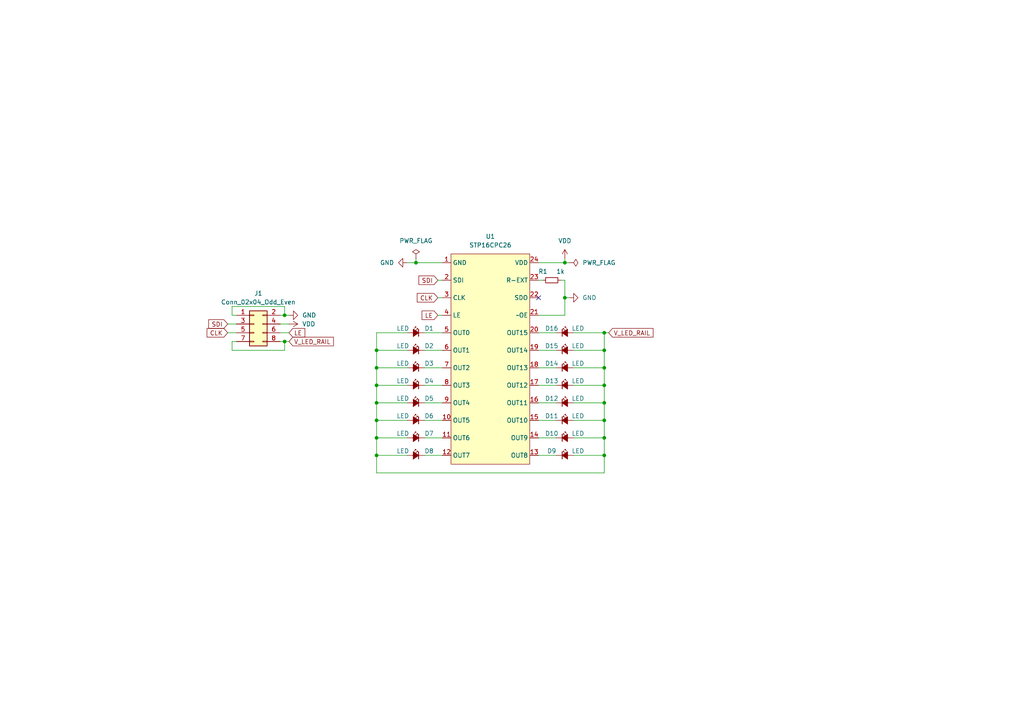
<source format=kicad_sch>
(kicad_sch (version 20210621) (generator eeschema)

  (uuid 49e21af3-98e5-42b2-9aba-fc25ca03f3cc)

  (paper "A4")

  (lib_symbols
    (symbol "Connector_Generic:Conn_02x04_Odd_Even" (pin_names (offset 1.016) hide) (in_bom yes) (on_board yes)
      (property "Reference" "J" (id 0) (at 1.27 5.08 0)
        (effects (font (size 1.27 1.27)))
      )
      (property "Value" "Conn_02x04_Odd_Even" (id 1) (at 1.27 -7.62 0)
        (effects (font (size 1.27 1.27)))
      )
      (property "Footprint" "" (id 2) (at 0 0 0)
        (effects (font (size 1.27 1.27)) hide)
      )
      (property "Datasheet" "~" (id 3) (at 0 0 0)
        (effects (font (size 1.27 1.27)) hide)
      )
      (property "ki_keywords" "connector" (id 4) (at 0 0 0)
        (effects (font (size 1.27 1.27)) hide)
      )
      (property "ki_description" "Generic connector, double row, 02x04, odd/even pin numbering scheme (row 1 odd numbers, row 2 even numbers), script generated (kicad-library-utils/schlib/autogen/connector/)" (id 5) (at 0 0 0)
        (effects (font (size 1.27 1.27)) hide)
      )
      (property "ki_fp_filters" "Connector*:*_2x??_*" (id 6) (at 0 0 0)
        (effects (font (size 1.27 1.27)) hide)
      )
      (symbol "Conn_02x04_Odd_Even_1_1"
        (rectangle (start -1.27 -4.953) (end 0 -5.207)
          (stroke (width 0.1524)) (fill (type none))
        )
        (rectangle (start -1.27 -2.413) (end 0 -2.667)
          (stroke (width 0.1524)) (fill (type none))
        )
        (rectangle (start -1.27 0.127) (end 0 -0.127)
          (stroke (width 0.1524)) (fill (type none))
        )
        (rectangle (start -1.27 2.667) (end 0 2.413)
          (stroke (width 0.1524)) (fill (type none))
        )
        (rectangle (start 3.81 -4.953) (end 2.54 -5.207)
          (stroke (width 0.1524)) (fill (type none))
        )
        (rectangle (start 3.81 -2.413) (end 2.54 -2.667)
          (stroke (width 0.1524)) (fill (type none))
        )
        (rectangle (start 3.81 0.127) (end 2.54 -0.127)
          (stroke (width 0.1524)) (fill (type none))
        )
        (rectangle (start 3.81 2.667) (end 2.54 2.413)
          (stroke (width 0.1524)) (fill (type none))
        )
        (rectangle (start -1.27 3.81) (end 3.81 -6.35)
          (stroke (width 0.254)) (fill (type background))
        )
        (pin passive line (at -5.08 2.54 0) (length 3.81)
          (name "Pin_1" (effects (font (size 1.27 1.27))))
          (number "1" (effects (font (size 1.27 1.27))))
        )
        (pin passive line (at 7.62 2.54 180) (length 3.81)
          (name "Pin_2" (effects (font (size 1.27 1.27))))
          (number "2" (effects (font (size 1.27 1.27))))
        )
        (pin passive line (at -5.08 0 0) (length 3.81)
          (name "Pin_3" (effects (font (size 1.27 1.27))))
          (number "3" (effects (font (size 1.27 1.27))))
        )
        (pin passive line (at 7.62 0 180) (length 3.81)
          (name "Pin_4" (effects (font (size 1.27 1.27))))
          (number "4" (effects (font (size 1.27 1.27))))
        )
        (pin passive line (at -5.08 -2.54 0) (length 3.81)
          (name "Pin_5" (effects (font (size 1.27 1.27))))
          (number "5" (effects (font (size 1.27 1.27))))
        )
        (pin passive line (at 7.62 -2.54 180) (length 3.81)
          (name "Pin_6" (effects (font (size 1.27 1.27))))
          (number "6" (effects (font (size 1.27 1.27))))
        )
        (pin passive line (at -5.08 -5.08 0) (length 3.81)
          (name "Pin_7" (effects (font (size 1.27 1.27))))
          (number "7" (effects (font (size 1.27 1.27))))
        )
        (pin passive line (at 7.62 -5.08 180) (length 3.81)
          (name "Pin_8" (effects (font (size 1.27 1.27))))
          (number "8" (effects (font (size 1.27 1.27))))
        )
      )
    )
    (symbol "Device:LED_Small_Filled" (pin_numbers hide) (pin_names (offset 0.254) hide) (in_bom yes) (on_board yes)
      (property "Reference" "D" (id 0) (at -1.27 3.175 0)
        (effects (font (size 1.27 1.27)) (justify left))
      )
      (property "Value" "LED_Small_Filled" (id 1) (at -4.445 -2.54 0)
        (effects (font (size 1.27 1.27)) (justify left))
      )
      (property "Footprint" "" (id 2) (at 0 0 90)
        (effects (font (size 1.27 1.27)) hide)
      )
      (property "Datasheet" "~" (id 3) (at 0 0 90)
        (effects (font (size 1.27 1.27)) hide)
      )
      (property "ki_keywords" "LED diode light-emitting-diode" (id 4) (at 0 0 0)
        (effects (font (size 1.27 1.27)) hide)
      )
      (property "ki_description" "Light emitting diode, small symbol, filled shape" (id 5) (at 0 0 0)
        (effects (font (size 1.27 1.27)) hide)
      )
      (property "ki_fp_filters" "LED* LED_SMD:* LED_THT:*" (id 6) (at 0 0 0)
        (effects (font (size 1.27 1.27)) hide)
      )
      (symbol "LED_Small_Filled_0_1"
        (polyline
          (pts
            (xy -0.762 -1.016)
            (xy -0.762 1.016)
          )
          (stroke (width 0.254)) (fill (type none))
        )
        (polyline
          (pts
            (xy 1.016 0)
            (xy -0.762 0)
          )
          (stroke (width 0)) (fill (type none))
        )
        (polyline
          (pts
            (xy 0 0.762)
            (xy -0.508 1.27)
            (xy -0.254 1.27)
            (xy -0.508 1.27)
            (xy -0.508 1.016)
          )
          (stroke (width 0)) (fill (type none))
        )
        (polyline
          (pts
            (xy 0.508 1.27)
            (xy 0 1.778)
            (xy 0.254 1.778)
            (xy 0 1.778)
            (xy 0 1.524)
          )
          (stroke (width 0)) (fill (type none))
        )
        (polyline
          (pts
            (xy 0.762 -1.016)
            (xy -0.762 0)
            (xy 0.762 1.016)
            (xy 0.762 -1.016)
          )
          (stroke (width 0.254)) (fill (type outline))
        )
      )
      (symbol "LED_Small_Filled_1_1"
        (pin passive line (at -2.54 0 0) (length 1.778)
          (name "K" (effects (font (size 1.27 1.27))))
          (number "1" (effects (font (size 1.27 1.27))))
        )
        (pin passive line (at 2.54 0 180) (length 1.778)
          (name "A" (effects (font (size 1.27 1.27))))
          (number "2" (effects (font (size 1.27 1.27))))
        )
      )
    )
    (symbol "Device:R_Small" (pin_numbers hide) (pin_names (offset 0.254) hide) (in_bom yes) (on_board yes)
      (property "Reference" "R" (id 0) (at 0.762 0.508 0)
        (effects (font (size 1.27 1.27)) (justify left))
      )
      (property "Value" "R_Small" (id 1) (at 0.762 -1.016 0)
        (effects (font (size 1.27 1.27)) (justify left))
      )
      (property "Footprint" "" (id 2) (at 0 0 0)
        (effects (font (size 1.27 1.27)) hide)
      )
      (property "Datasheet" "~" (id 3) (at 0 0 0)
        (effects (font (size 1.27 1.27)) hide)
      )
      (property "ki_keywords" "R resistor" (id 4) (at 0 0 0)
        (effects (font (size 1.27 1.27)) hide)
      )
      (property "ki_description" "Resistor, small symbol" (id 5) (at 0 0 0)
        (effects (font (size 1.27 1.27)) hide)
      )
      (property "ki_fp_filters" "R_*" (id 6) (at 0 0 0)
        (effects (font (size 1.27 1.27)) hide)
      )
      (symbol "R_Small_0_1"
        (rectangle (start -0.762 1.778) (end 0.762 -1.778)
          (stroke (width 0.2032)) (fill (type none))
        )
      )
      (symbol "R_Small_1_1"
        (pin passive line (at 0 2.54 270) (length 0.762)
          (name "~" (effects (font (size 1.27 1.27))))
          (number "1" (effects (font (size 1.27 1.27))))
        )
        (pin passive line (at 0 -2.54 90) (length 0.762)
          (name "~" (effects (font (size 1.27 1.27))))
          (number "2" (effects (font (size 1.27 1.27))))
        )
      )
    )
    (symbol "STP16CPC26_LED_array_v1:STP16CPC26" (in_bom yes) (on_board yes)
      (property "Reference" "U" (id 0) (at 8.89 31.75 0)
        (effects (font (size 1.27 1.27)))
      )
      (property "Value" "STP16CPC26" (id 1) (at -5.08 31.75 0)
        (effects (font (size 1.27 1.27)))
      )
      (property "Footprint" "" (id 2) (at 0 20.32 0)
        (effects (font (size 1.27 1.27)) hide)
      )
      (property "Datasheet" "" (id 3) (at 0 20.32 0)
        (effects (font (size 1.27 1.27)) hide)
      )
      (symbol "STP16CPC26_0_1"
        (rectangle (start -11.43 30.48) (end 11.43 -30.48)
          (stroke (width 0.1524)) (fill (type background))
        )
      )
      (symbol "STP16CPC26_1_1"
        (pin power_in line (at -13.97 27.94 0) (length 2.54)
          (name "GND" (effects (font (size 1.27 1.27))))
          (number "1" (effects (font (size 1.27 1.27))))
        )
        (pin output line (at -13.97 -17.78 0) (length 2.54)
          (name "OUT5" (effects (font (size 1.27 1.27))))
          (number "10" (effects (font (size 1.27 1.27))))
        )
        (pin output line (at -13.97 -22.86 0) (length 2.54)
          (name "OUT6" (effects (font (size 1.27 1.27))))
          (number "11" (effects (font (size 1.27 1.27))))
        )
        (pin output line (at -13.97 -27.94 0) (length 2.54)
          (name "OUT7" (effects (font (size 1.27 1.27))))
          (number "12" (effects (font (size 1.27 1.27))))
        )
        (pin output line (at 13.97 -27.94 180) (length 2.54)
          (name "OUT8" (effects (font (size 1.27 1.27))))
          (number "13" (effects (font (size 1.27 1.27))))
        )
        (pin output line (at 13.97 -22.86 180) (length 2.54)
          (name "OUT9" (effects (font (size 1.27 1.27))))
          (number "14" (effects (font (size 1.27 1.27))))
        )
        (pin output line (at 13.97 -17.78 180) (length 2.54)
          (name "OUT10" (effects (font (size 1.27 1.27))))
          (number "15" (effects (font (size 1.27 1.27))))
        )
        (pin output line (at 13.97 -12.7 180) (length 2.54)
          (name "OUT11" (effects (font (size 1.27 1.27))))
          (number "16" (effects (font (size 1.27 1.27))))
        )
        (pin output line (at 13.97 -7.62 180) (length 2.54)
          (name "OUT12" (effects (font (size 1.27 1.27))))
          (number "17" (effects (font (size 1.27 1.27))))
        )
        (pin output line (at 13.97 -2.54 180) (length 2.54)
          (name "OUT13" (effects (font (size 1.27 1.27))))
          (number "18" (effects (font (size 1.27 1.27))))
        )
        (pin output line (at 13.97 2.54 180) (length 2.54)
          (name "OUT14" (effects (font (size 1.27 1.27))))
          (number "19" (effects (font (size 1.27 1.27))))
        )
        (pin input line (at -13.97 22.86 0) (length 2.54)
          (name "SDI" (effects (font (size 1.27 1.27))))
          (number "2" (effects (font (size 1.27 1.27))))
        )
        (pin output line (at 13.97 7.62 180) (length 2.54)
          (name "OUT15" (effects (font (size 1.27 1.27))))
          (number "20" (effects (font (size 1.27 1.27))))
        )
        (pin input line (at 13.97 12.7 180) (length 2.54)
          (name "~OE" (effects (font (size 1.27 1.27))))
          (number "21" (effects (font (size 1.27 1.27))))
        )
        (pin output line (at 13.97 17.78 180) (length 2.54)
          (name "SDO" (effects (font (size 1.27 1.27))))
          (number "22" (effects (font (size 1.27 1.27))))
        )
        (pin input line (at 13.97 22.86 180) (length 2.54)
          (name "R-EXT" (effects (font (size 1.27 1.27))))
          (number "23" (effects (font (size 1.27 1.27))))
        )
        (pin power_in line (at 13.97 27.94 180) (length 2.54)
          (name "VDD" (effects (font (size 1.27 1.27))))
          (number "24" (effects (font (size 1.27 1.27))))
        )
        (pin input line (at -13.97 17.78 0) (length 2.54)
          (name "CLK" (effects (font (size 1.27 1.27))))
          (number "3" (effects (font (size 1.27 1.27))))
        )
        (pin input line (at -13.97 12.7 0) (length 2.54)
          (name "LE" (effects (font (size 1.27 1.27))))
          (number "4" (effects (font (size 1.27 1.27))))
        )
        (pin output line (at -13.97 7.62 0) (length 2.54)
          (name "OUT0" (effects (font (size 1.27 1.27))))
          (number "5" (effects (font (size 1.27 1.27))))
        )
        (pin output line (at -13.97 2.54 0) (length 2.54)
          (name "OUT1" (effects (font (size 1.27 1.27))))
          (number "6" (effects (font (size 1.27 1.27))))
        )
        (pin output line (at -13.97 -2.54 0) (length 2.54)
          (name "OUT2" (effects (font (size 1.27 1.27))))
          (number "7" (effects (font (size 1.27 1.27))))
        )
        (pin output line (at -13.97 -7.62 0) (length 2.54)
          (name "OUT3" (effects (font (size 1.27 1.27))))
          (number "8" (effects (font (size 1.27 1.27))))
        )
        (pin output line (at -13.97 -12.7 0) (length 2.54)
          (name "OUT4" (effects (font (size 1.27 1.27))))
          (number "9" (effects (font (size 1.27 1.27))))
        )
      )
    )
    (symbol "power:GND" (power) (pin_names (offset 0)) (in_bom yes) (on_board yes)
      (property "Reference" "#PWR" (id 0) (at 0 -6.35 0)
        (effects (font (size 1.27 1.27)) hide)
      )
      (property "Value" "GND" (id 1) (at 0 -3.81 0)
        (effects (font (size 1.27 1.27)))
      )
      (property "Footprint" "" (id 2) (at 0 0 0)
        (effects (font (size 1.27 1.27)) hide)
      )
      (property "Datasheet" "" (id 3) (at 0 0 0)
        (effects (font (size 1.27 1.27)) hide)
      )
      (property "ki_keywords" "power-flag" (id 4) (at 0 0 0)
        (effects (font (size 1.27 1.27)) hide)
      )
      (property "ki_description" "Power symbol creates a global label with name \"GND\" , ground" (id 5) (at 0 0 0)
        (effects (font (size 1.27 1.27)) hide)
      )
      (symbol "GND_0_1"
        (polyline
          (pts
            (xy 0 0)
            (xy 0 -1.27)
            (xy 1.27 -1.27)
            (xy 0 -2.54)
            (xy -1.27 -1.27)
            (xy 0 -1.27)
          )
          (stroke (width 0)) (fill (type none))
        )
      )
      (symbol "GND_1_1"
        (pin power_in line (at 0 0 270) (length 0) hide
          (name "GND" (effects (font (size 1.27 1.27))))
          (number "1" (effects (font (size 1.27 1.27))))
        )
      )
    )
    (symbol "power:PWR_FLAG" (power) (pin_numbers hide) (pin_names (offset 0) hide) (in_bom yes) (on_board yes)
      (property "Reference" "#FLG" (id 0) (at 0 1.905 0)
        (effects (font (size 1.27 1.27)) hide)
      )
      (property "Value" "PWR_FLAG" (id 1) (at 0 3.81 0)
        (effects (font (size 1.27 1.27)))
      )
      (property "Footprint" "" (id 2) (at 0 0 0)
        (effects (font (size 1.27 1.27)) hide)
      )
      (property "Datasheet" "~" (id 3) (at 0 0 0)
        (effects (font (size 1.27 1.27)) hide)
      )
      (property "ki_keywords" "power-flag" (id 4) (at 0 0 0)
        (effects (font (size 1.27 1.27)) hide)
      )
      (property "ki_description" "Special symbol for telling ERC where power comes from" (id 5) (at 0 0 0)
        (effects (font (size 1.27 1.27)) hide)
      )
      (symbol "PWR_FLAG_0_0"
        (pin power_out line (at 0 0 90) (length 0)
          (name "pwr" (effects (font (size 1.27 1.27))))
          (number "1" (effects (font (size 1.27 1.27))))
        )
      )
      (symbol "PWR_FLAG_0_1"
        (polyline
          (pts
            (xy 0 0)
            (xy 0 1.27)
            (xy -1.016 1.905)
            (xy 0 2.54)
            (xy 1.016 1.905)
            (xy 0 1.27)
          )
          (stroke (width 0)) (fill (type none))
        )
      )
    )
    (symbol "power:VDD" (power) (pin_names (offset 0)) (in_bom yes) (on_board yes)
      (property "Reference" "#PWR" (id 0) (at 0 -3.81 0)
        (effects (font (size 1.27 1.27)) hide)
      )
      (property "Value" "VDD" (id 1) (at 0 3.81 0)
        (effects (font (size 1.27 1.27)))
      )
      (property "Footprint" "" (id 2) (at 0 0 0)
        (effects (font (size 1.27 1.27)) hide)
      )
      (property "Datasheet" "" (id 3) (at 0 0 0)
        (effects (font (size 1.27 1.27)) hide)
      )
      (property "ki_keywords" "power-flag" (id 4) (at 0 0 0)
        (effects (font (size 1.27 1.27)) hide)
      )
      (property "ki_description" "Power symbol creates a global label with name \"VDD\"" (id 5) (at 0 0 0)
        (effects (font (size 1.27 1.27)) hide)
      )
      (symbol "VDD_0_1"
        (polyline
          (pts
            (xy -0.762 1.27)
            (xy 0 2.54)
          )
          (stroke (width 0)) (fill (type none))
        )
        (polyline
          (pts
            (xy 0 0)
            (xy 0 2.54)
          )
          (stroke (width 0)) (fill (type none))
        )
        (polyline
          (pts
            (xy 0 2.54)
            (xy 0.762 1.27)
          )
          (stroke (width 0)) (fill (type none))
        )
      )
      (symbol "VDD_1_1"
        (pin power_in line (at 0 0 90) (length 0) hide
          (name "VDD" (effects (font (size 1.27 1.27))))
          (number "1" (effects (font (size 1.27 1.27))))
        )
      )
    )
  )

  (junction (at 82.55 91.44) (diameter 0.9144) (color 0 0 0 0))
  (junction (at 82.55 99.06) (diameter 0.9144) (color 0 0 0 0))
  (junction (at 109.22 101.6) (diameter 0.9144) (color 0 0 0 0))
  (junction (at 109.22 106.68) (diameter 0.9144) (color 0 0 0 0))
  (junction (at 109.22 111.76) (diameter 0.9144) (color 0 0 0 0))
  (junction (at 109.22 116.84) (diameter 0.9144) (color 0 0 0 0))
  (junction (at 109.22 121.92) (diameter 0.9144) (color 0 0 0 0))
  (junction (at 109.22 127) (diameter 0.9144) (color 0 0 0 0))
  (junction (at 109.22 132.08) (diameter 0.9144) (color 0 0 0 0))
  (junction (at 120.65 76.2) (diameter 0.9144) (color 0 0 0 0))
  (junction (at 163.83 76.2) (diameter 0.9144) (color 0 0 0 0))
  (junction (at 163.83 86.36) (diameter 0.9144) (color 0 0 0 0))
  (junction (at 175.26 96.52) (diameter 0.9144) (color 0 0 0 0))
  (junction (at 175.26 101.6) (diameter 0.9144) (color 0 0 0 0))
  (junction (at 175.26 106.68) (diameter 0.9144) (color 0 0 0 0))
  (junction (at 175.26 111.76) (diameter 0.9144) (color 0 0 0 0))
  (junction (at 175.26 116.84) (diameter 0.9144) (color 0 0 0 0))
  (junction (at 175.26 121.92) (diameter 0.9144) (color 0 0 0 0))
  (junction (at 175.26 127) (diameter 0.9144) (color 0 0 0 0))
  (junction (at 175.26 132.08) (diameter 0.9144) (color 0 0 0 0))

  (no_connect (at 156.21 86.36) (uuid 5822fbdb-abe4-4b0e-aa16-305be2055a23))

  (wire (pts (xy 66.04 93.98) (xy 68.58 93.98))
    (stroke (width 0) (type solid) (color 0 0 0 0))
    (uuid 0394ff8b-2a1b-4117-92b0-b7271e85e608)
  )
  (wire (pts (xy 66.04 96.52) (xy 68.58 96.52))
    (stroke (width 0) (type solid) (color 0 0 0 0))
    (uuid 0940d794-0044-4737-97f1-fe850ba03fc9)
  )
  (wire (pts (xy 67.31 88.9) (xy 82.55 88.9))
    (stroke (width 0) (type solid) (color 0 0 0 0))
    (uuid 5ad9c0e9-a0ef-426a-801e-d17827689916)
  )
  (wire (pts (xy 67.31 91.44) (xy 67.31 88.9))
    (stroke (width 0) (type solid) (color 0 0 0 0))
    (uuid 5ad9c0e9-a0ef-426a-801e-d17827689916)
  )
  (wire (pts (xy 67.31 99.06) (xy 68.58 99.06))
    (stroke (width 0) (type solid) (color 0 0 0 0))
    (uuid 1b534fea-46c8-451b-8f2d-43a8d843f868)
  )
  (wire (pts (xy 67.31 101.6) (xy 67.31 99.06))
    (stroke (width 0) (type solid) (color 0 0 0 0))
    (uuid 1b534fea-46c8-451b-8f2d-43a8d843f868)
  )
  (wire (pts (xy 68.58 91.44) (xy 67.31 91.44))
    (stroke (width 0) (type solid) (color 0 0 0 0))
    (uuid 5ad9c0e9-a0ef-426a-801e-d17827689916)
  )
  (wire (pts (xy 81.28 91.44) (xy 82.55 91.44))
    (stroke (width 0) (type solid) (color 0 0 0 0))
    (uuid e7409742-d7b4-4a93-9f1f-04588d041266)
  )
  (wire (pts (xy 81.28 93.98) (xy 83.82 93.98))
    (stroke (width 0) (type solid) (color 0 0 0 0))
    (uuid 7eb1965a-ca03-4aee-8695-f6e30ca85afe)
  )
  (wire (pts (xy 81.28 96.52) (xy 83.82 96.52))
    (stroke (width 0) (type solid) (color 0 0 0 0))
    (uuid 64fccbea-e3f0-4439-8971-b30327696c75)
  )
  (wire (pts (xy 81.28 99.06) (xy 82.55 99.06))
    (stroke (width 0) (type solid) (color 0 0 0 0))
    (uuid 50a2d5a7-1690-4a1e-8615-3bd886f664f8)
  )
  (wire (pts (xy 82.55 88.9) (xy 82.55 91.44))
    (stroke (width 0) (type solid) (color 0 0 0 0))
    (uuid 5ad9c0e9-a0ef-426a-801e-d17827689916)
  )
  (wire (pts (xy 82.55 91.44) (xy 83.82 91.44))
    (stroke (width 0) (type solid) (color 0 0 0 0))
    (uuid 234c4254-8a84-476f-8505-1fce10137f5b)
  )
  (wire (pts (xy 82.55 99.06) (xy 82.55 101.6))
    (stroke (width 0) (type solid) (color 0 0 0 0))
    (uuid 1b534fea-46c8-451b-8f2d-43a8d843f868)
  )
  (wire (pts (xy 82.55 99.06) (xy 83.82 99.06))
    (stroke (width 0) (type solid) (color 0 0 0 0))
    (uuid 50a2d5a7-1690-4a1e-8615-3bd886f664f8)
  )
  (wire (pts (xy 82.55 101.6) (xy 67.31 101.6))
    (stroke (width 0) (type solid) (color 0 0 0 0))
    (uuid 1b534fea-46c8-451b-8f2d-43a8d843f868)
  )
  (wire (pts (xy 109.22 96.52) (xy 109.22 101.6))
    (stroke (width 0) (type solid) (color 0 0 0 0))
    (uuid 18b8b238-b74a-41a6-873a-68707f16497b)
  )
  (wire (pts (xy 109.22 96.52) (xy 118.11 96.52))
    (stroke (width 0) (type solid) (color 0 0 0 0))
    (uuid 32c1c9ad-1485-4722-b13a-8dc1cd7ef947)
  )
  (wire (pts (xy 109.22 101.6) (xy 109.22 106.68))
    (stroke (width 0) (type solid) (color 0 0 0 0))
    (uuid 18b8b238-b74a-41a6-873a-68707f16497b)
  )
  (wire (pts (xy 109.22 101.6) (xy 118.11 101.6))
    (stroke (width 0) (type solid) (color 0 0 0 0))
    (uuid 3d659bdd-1320-4966-b8f9-ed86cfcb1993)
  )
  (wire (pts (xy 109.22 106.68) (xy 109.22 111.76))
    (stroke (width 0) (type solid) (color 0 0 0 0))
    (uuid 18b8b238-b74a-41a6-873a-68707f16497b)
  )
  (wire (pts (xy 109.22 106.68) (xy 118.11 106.68))
    (stroke (width 0) (type solid) (color 0 0 0 0))
    (uuid 5c1b0557-b485-44d2-a88c-9c94255984fd)
  )
  (wire (pts (xy 109.22 111.76) (xy 109.22 116.84))
    (stroke (width 0) (type solid) (color 0 0 0 0))
    (uuid 18b8b238-b74a-41a6-873a-68707f16497b)
  )
  (wire (pts (xy 109.22 111.76) (xy 118.11 111.76))
    (stroke (width 0) (type solid) (color 0 0 0 0))
    (uuid 1a83bb31-358b-4842-a424-03736297f8e0)
  )
  (wire (pts (xy 109.22 116.84) (xy 109.22 121.92))
    (stroke (width 0) (type solid) (color 0 0 0 0))
    (uuid 18b8b238-b74a-41a6-873a-68707f16497b)
  )
  (wire (pts (xy 109.22 116.84) (xy 118.11 116.84))
    (stroke (width 0) (type solid) (color 0 0 0 0))
    (uuid 7e4b9870-e413-41b3-ad6d-defd615d30a3)
  )
  (wire (pts (xy 109.22 121.92) (xy 109.22 127))
    (stroke (width 0) (type solid) (color 0 0 0 0))
    (uuid 18b8b238-b74a-41a6-873a-68707f16497b)
  )
  (wire (pts (xy 109.22 121.92) (xy 118.11 121.92))
    (stroke (width 0) (type solid) (color 0 0 0 0))
    (uuid f3663307-da89-427b-96ef-e1e5562117e2)
  )
  (wire (pts (xy 109.22 127) (xy 109.22 132.08))
    (stroke (width 0) (type solid) (color 0 0 0 0))
    (uuid 18b8b238-b74a-41a6-873a-68707f16497b)
  )
  (wire (pts (xy 109.22 127) (xy 118.11 127))
    (stroke (width 0) (type solid) (color 0 0 0 0))
    (uuid 1b64ba9d-7ea1-41b6-8262-074e56aad10c)
  )
  (wire (pts (xy 109.22 132.08) (xy 118.11 132.08))
    (stroke (width 0) (type solid) (color 0 0 0 0))
    (uuid 18b8b238-b74a-41a6-873a-68707f16497b)
  )
  (wire (pts (xy 109.22 137.16) (xy 109.22 132.08))
    (stroke (width 0) (type solid) (color 0 0 0 0))
    (uuid daa25d6d-5e25-4599-a6cd-3b91aaa6a411)
  )
  (wire (pts (xy 118.11 76.2) (xy 120.65 76.2))
    (stroke (width 0) (type solid) (color 0 0 0 0))
    (uuid b5bb5676-02b9-4a5f-94bf-621bf1a8e115)
  )
  (wire (pts (xy 120.65 74.93) (xy 120.65 76.2))
    (stroke (width 0) (type solid) (color 0 0 0 0))
    (uuid 994c1075-4ef9-4907-8ce2-a3cab1465c75)
  )
  (wire (pts (xy 120.65 76.2) (xy 128.27 76.2))
    (stroke (width 0) (type solid) (color 0 0 0 0))
    (uuid b5bb5676-02b9-4a5f-94bf-621bf1a8e115)
  )
  (wire (pts (xy 123.19 96.52) (xy 128.27 96.52))
    (stroke (width 0) (type solid) (color 0 0 0 0))
    (uuid 92bbe86b-4969-4f39-b29f-5f6f1574b924)
  )
  (wire (pts (xy 123.19 101.6) (xy 128.27 101.6))
    (stroke (width 0) (type solid) (color 0 0 0 0))
    (uuid fd09a8fa-04aa-4386-b548-bd6db56355d7)
  )
  (wire (pts (xy 123.19 106.68) (xy 128.27 106.68))
    (stroke (width 0) (type solid) (color 0 0 0 0))
    (uuid 2cb41f1d-c881-4bd1-9401-75965ab2c009)
  )
  (wire (pts (xy 123.19 111.76) (xy 128.27 111.76))
    (stroke (width 0) (type solid) (color 0 0 0 0))
    (uuid 971363f7-fe62-46c3-ba6c-838c447ea0ae)
  )
  (wire (pts (xy 123.19 116.84) (xy 128.27 116.84))
    (stroke (width 0) (type solid) (color 0 0 0 0))
    (uuid e5a788e7-2580-434b-a375-08bfae3a0872)
  )
  (wire (pts (xy 123.19 121.92) (xy 128.27 121.92))
    (stroke (width 0) (type solid) (color 0 0 0 0))
    (uuid 5db95eab-4e89-4c21-9ad9-cad9a8980901)
  )
  (wire (pts (xy 123.19 127) (xy 128.27 127))
    (stroke (width 0) (type solid) (color 0 0 0 0))
    (uuid bf41ae56-8072-4a44-95fa-c3256e6f1b78)
  )
  (wire (pts (xy 123.19 132.08) (xy 128.27 132.08))
    (stroke (width 0) (type solid) (color 0 0 0 0))
    (uuid 1240c78f-b4ef-4c54-bd52-91b6adb126a5)
  )
  (wire (pts (xy 127 81.28) (xy 128.27 81.28))
    (stroke (width 0) (type solid) (color 0 0 0 0))
    (uuid bbef5ab6-b799-46c9-8c18-6cbb91beaa6f)
  )
  (wire (pts (xy 127 86.36) (xy 128.27 86.36))
    (stroke (width 0) (type solid) (color 0 0 0 0))
    (uuid 68df85dc-328d-41fb-816d-ab4062bd65c0)
  )
  (wire (pts (xy 127 91.44) (xy 128.27 91.44))
    (stroke (width 0) (type solid) (color 0 0 0 0))
    (uuid e334b6dc-e3af-4aa5-92ba-30a3f507f42d)
  )
  (wire (pts (xy 156.21 76.2) (xy 163.83 76.2))
    (stroke (width 0) (type solid) (color 0 0 0 0))
    (uuid f400df6f-c2d8-468c-ba66-5d495cf1a220)
  )
  (wire (pts (xy 156.21 81.28) (xy 157.48 81.28))
    (stroke (width 0) (type solid) (color 0 0 0 0))
    (uuid 1101d516-cc97-4ee9-b8e5-fb6480481e2e)
  )
  (wire (pts (xy 156.21 91.44) (xy 163.83 91.44))
    (stroke (width 0) (type solid) (color 0 0 0 0))
    (uuid 0cc31c4e-b030-4b08-9ccb-b062ca607dce)
  )
  (wire (pts (xy 156.21 96.52) (xy 161.29 96.52))
    (stroke (width 0) (type solid) (color 0 0 0 0))
    (uuid 04caf228-7561-44ac-afa1-a4edba365cb8)
  )
  (wire (pts (xy 156.21 101.6) (xy 161.29 101.6))
    (stroke (width 0) (type solid) (color 0 0 0 0))
    (uuid 9f07ed40-f9ec-4dea-a931-b12a81d1d17d)
  )
  (wire (pts (xy 156.21 106.68) (xy 161.29 106.68))
    (stroke (width 0) (type solid) (color 0 0 0 0))
    (uuid 20f27f63-2890-4e87-bc9a-e1fec30cf3a6)
  )
  (wire (pts (xy 156.21 111.76) (xy 161.29 111.76))
    (stroke (width 0) (type solid) (color 0 0 0 0))
    (uuid cd037933-6e51-43e9-99aa-37b8d1a6c8a6)
  )
  (wire (pts (xy 156.21 116.84) (xy 161.29 116.84))
    (stroke (width 0) (type solid) (color 0 0 0 0))
    (uuid 3f2ac1cd-f6e6-4c85-9392-cb8f53c64bfc)
  )
  (wire (pts (xy 156.21 121.92) (xy 161.29 121.92))
    (stroke (width 0) (type solid) (color 0 0 0 0))
    (uuid 3cbaa249-02dd-40c0-b246-a450eeb7ea03)
  )
  (wire (pts (xy 156.21 127) (xy 161.29 127))
    (stroke (width 0) (type solid) (color 0 0 0 0))
    (uuid e95bf0a2-e6b9-40ef-ad6d-b71de920ace1)
  )
  (wire (pts (xy 156.21 132.08) (xy 161.29 132.08))
    (stroke (width 0) (type solid) (color 0 0 0 0))
    (uuid 19004bdd-317f-4b61-ba7e-6b03a8a6a60d)
  )
  (wire (pts (xy 162.56 81.28) (xy 163.83 81.28))
    (stroke (width 0) (type solid) (color 0 0 0 0))
    (uuid 9496bbc6-13c8-4b5f-82ae-a46431d92c82)
  )
  (wire (pts (xy 163.83 74.93) (xy 163.83 76.2))
    (stroke (width 0) (type solid) (color 0 0 0 0))
    (uuid 7249a31d-d6f6-4ea9-8067-d551a7562a71)
  )
  (wire (pts (xy 163.83 76.2) (xy 165.1 76.2))
    (stroke (width 0) (type solid) (color 0 0 0 0))
    (uuid f400df6f-c2d8-468c-ba66-5d495cf1a220)
  )
  (wire (pts (xy 163.83 81.28) (xy 163.83 86.36))
    (stroke (width 0) (type solid) (color 0 0 0 0))
    (uuid b670a055-6644-4ef1-9ecc-93f8778773c4)
  )
  (wire (pts (xy 163.83 86.36) (xy 163.83 91.44))
    (stroke (width 0) (type solid) (color 0 0 0 0))
    (uuid b670a055-6644-4ef1-9ecc-93f8778773c4)
  )
  (wire (pts (xy 163.83 86.36) (xy 165.1 86.36))
    (stroke (width 0) (type solid) (color 0 0 0 0))
    (uuid 81768150-6d7b-4da9-95ff-444d436f0e64)
  )
  (wire (pts (xy 166.37 96.52) (xy 175.26 96.52))
    (stroke (width 0) (type solid) (color 0 0 0 0))
    (uuid ee97e98b-bbd6-4368-9455-3c0bd9d170ee)
  )
  (wire (pts (xy 166.37 101.6) (xy 175.26 101.6))
    (stroke (width 0) (type solid) (color 0 0 0 0))
    (uuid 7d46df5a-e52b-4681-aa74-fdc43491a914)
  )
  (wire (pts (xy 166.37 106.68) (xy 175.26 106.68))
    (stroke (width 0) (type solid) (color 0 0 0 0))
    (uuid d31ff20b-5f8f-4563-a8fe-3f9900002aee)
  )
  (wire (pts (xy 166.37 111.76) (xy 175.26 111.76))
    (stroke (width 0) (type solid) (color 0 0 0 0))
    (uuid ecf2117b-e5ad-4290-8997-76951bbe1891)
  )
  (wire (pts (xy 166.37 116.84) (xy 175.26 116.84))
    (stroke (width 0) (type solid) (color 0 0 0 0))
    (uuid d9c0b6ce-0a4f-4745-b408-d0ff1e2a4ecc)
  )
  (wire (pts (xy 166.37 121.92) (xy 175.26 121.92))
    (stroke (width 0) (type solid) (color 0 0 0 0))
    (uuid c71acab8-099b-4967-94d6-dc5bbfbd2115)
  )
  (wire (pts (xy 166.37 127) (xy 175.26 127))
    (stroke (width 0) (type solid) (color 0 0 0 0))
    (uuid 03b13380-df7d-46c9-b82b-ba24d7cda389)
  )
  (wire (pts (xy 175.26 96.52) (xy 175.26 101.6))
    (stroke (width 0) (type solid) (color 0 0 0 0))
    (uuid 3de513d0-8e43-4820-8571-3ba5ec52797d)
  )
  (wire (pts (xy 175.26 96.52) (xy 176.53 96.52))
    (stroke (width 0) (type solid) (color 0 0 0 0))
    (uuid 4fac915d-a69f-426e-ac96-a587efab6107)
  )
  (wire (pts (xy 175.26 101.6) (xy 175.26 106.68))
    (stroke (width 0) (type solid) (color 0 0 0 0))
    (uuid 3de513d0-8e43-4820-8571-3ba5ec52797d)
  )
  (wire (pts (xy 175.26 106.68) (xy 175.26 111.76))
    (stroke (width 0) (type solid) (color 0 0 0 0))
    (uuid 3de513d0-8e43-4820-8571-3ba5ec52797d)
  )
  (wire (pts (xy 175.26 111.76) (xy 175.26 116.84))
    (stroke (width 0) (type solid) (color 0 0 0 0))
    (uuid 3de513d0-8e43-4820-8571-3ba5ec52797d)
  )
  (wire (pts (xy 175.26 116.84) (xy 175.26 121.92))
    (stroke (width 0) (type solid) (color 0 0 0 0))
    (uuid 3de513d0-8e43-4820-8571-3ba5ec52797d)
  )
  (wire (pts (xy 175.26 121.92) (xy 175.26 127))
    (stroke (width 0) (type solid) (color 0 0 0 0))
    (uuid 3de513d0-8e43-4820-8571-3ba5ec52797d)
  )
  (wire (pts (xy 175.26 127) (xy 175.26 132.08))
    (stroke (width 0) (type solid) (color 0 0 0 0))
    (uuid 3de513d0-8e43-4820-8571-3ba5ec52797d)
  )
  (wire (pts (xy 175.26 132.08) (xy 166.37 132.08))
    (stroke (width 0) (type solid) (color 0 0 0 0))
    (uuid 3de513d0-8e43-4820-8571-3ba5ec52797d)
  )
  (wire (pts (xy 175.26 132.08) (xy 175.26 137.16))
    (stroke (width 0) (type solid) (color 0 0 0 0))
    (uuid daa25d6d-5e25-4599-a6cd-3b91aaa6a411)
  )
  (wire (pts (xy 175.26 137.16) (xy 109.22 137.16))
    (stroke (width 0) (type solid) (color 0 0 0 0))
    (uuid daa25d6d-5e25-4599-a6cd-3b91aaa6a411)
  )

  (global_label "SDI" (shape input) (at 66.04 93.98 180) (fields_autoplaced)
    (effects (font (size 1.27 1.27)) (justify right))
    (uuid 07879fd2-3df7-4b6b-9515-8cfeff0efd79)
    (property "Intersheet References" "${INTERSHEET_REFS}" (id 0) (at 60.6379 93.9006 0)
      (effects (font (size 1.27 1.27)) (justify right) hide)
    )
  )
  (global_label "CLK" (shape input) (at 66.04 96.52 180) (fields_autoplaced)
    (effects (font (size 1.27 1.27)) (justify right))
    (uuid 3d3e50b7-bc41-40e9-b02a-885bbcee4475)
    (property "Intersheet References" "${INTERSHEET_REFS}" (id 0) (at 60.1541 96.4406 0)
      (effects (font (size 1.27 1.27)) (justify right) hide)
    )
  )
  (global_label "LE" (shape input) (at 83.82 96.52 0) (fields_autoplaced)
    (effects (font (size 1.27 1.27)) (justify left))
    (uuid 3a5daa8e-5761-4772-a121-a0c80cda45e8)
    (property "Intersheet References" "${INTERSHEET_REFS}" (id 0) (at 88.3149 96.5994 0)
      (effects (font (size 1.27 1.27)) (justify left) hide)
    )
  )
  (global_label "V_LED_RAIL" (shape input) (at 83.82 99.06 0) (fields_autoplaced)
    (effects (font (size 1.27 1.27)) (justify left))
    (uuid 3f5ba5ee-c4e1-4a6c-94d2-0217ac8aead7)
    (property "Intersheet References" "${INTERSHEET_REFS}" (id 0) (at 96.6002 98.9806 0)
      (effects (font (size 1.27 1.27)) (justify left) hide)
    )
  )
  (global_label "SDI" (shape input) (at 127 81.28 180) (fields_autoplaced)
    (effects (font (size 1.27 1.27)) (justify right))
    (uuid 44bdcadd-1f84-417e-988b-920af1be8c95)
    (property "Intersheet References" "${INTERSHEET_REFS}" (id 0) (at 121.5979 81.2006 0)
      (effects (font (size 1.27 1.27)) (justify right) hide)
    )
  )
  (global_label "CLK" (shape input) (at 127 86.36 180) (fields_autoplaced)
    (effects (font (size 1.27 1.27)) (justify right))
    (uuid d717de44-a634-4d5c-96e9-535ffbd6678e)
    (property "Intersheet References" "${INTERSHEET_REFS}" (id 0) (at 121.1141 86.2806 0)
      (effects (font (size 1.27 1.27)) (justify right) hide)
    )
  )
  (global_label "LE" (shape input) (at 127 91.44 180) (fields_autoplaced)
    (effects (font (size 1.27 1.27)) (justify right))
    (uuid 58060f60-729a-45a4-87db-4f8577fba2c5)
    (property "Intersheet References" "${INTERSHEET_REFS}" (id 0) (at 122.5051 91.3606 0)
      (effects (font (size 1.27 1.27)) (justify right) hide)
    )
  )
  (global_label "V_LED_RAIL" (shape input) (at 176.53 96.52 0) (fields_autoplaced)
    (effects (font (size 1.27 1.27)) (justify left))
    (uuid 324d49fb-053f-466e-ab86-318cb1a3d454)
    (property "Intersheet References" "${INTERSHEET_REFS}" (id 0) (at 189.3102 96.4406 0)
      (effects (font (size 1.27 1.27)) (justify left) hide)
    )
  )

  (symbol (lib_id "power:VDD") (at 83.82 93.98 270) (unit 1)
    (in_bom yes) (on_board yes) (fields_autoplaced)
    (uuid 1bb93850-dc63-4284-a7be-1e14dfc61791)
    (property "Reference" "#PWR02" (id 0) (at 80.01 93.98 0)
      (effects (font (size 1.27 1.27)) hide)
    )
    (property "Value" "VDD" (id 1) (at 87.63 93.9799 90)
      (effects (font (size 1.27 1.27)) (justify left))
    )
    (property "Footprint" "" (id 2) (at 83.82 93.98 0)
      (effects (font (size 1.27 1.27)) hide)
    )
    (property "Datasheet" "" (id 3) (at 83.82 93.98 0)
      (effects (font (size 1.27 1.27)) hide)
    )
    (pin "1" (uuid 577d2c48-3719-4100-989b-28cb7e204353))
  )

  (symbol (lib_id "power:VDD") (at 163.83 74.93 0) (unit 1)
    (in_bom yes) (on_board yes) (fields_autoplaced)
    (uuid c3e1c090-f447-41fd-9999-0e7dcc165d90)
    (property "Reference" "#PWR04" (id 0) (at 163.83 78.74 0)
      (effects (font (size 1.27 1.27)) hide)
    )
    (property "Value" "VDD" (id 1) (at 163.83 69.85 0))
    (property "Footprint" "" (id 2) (at 163.83 74.93 0)
      (effects (font (size 1.27 1.27)) hide)
    )
    (property "Datasheet" "" (id 3) (at 163.83 74.93 0)
      (effects (font (size 1.27 1.27)) hide)
    )
    (pin "1" (uuid e69f0e3c-6c91-4766-8d97-a595a1778f24))
  )

  (symbol (lib_id "power:PWR_FLAG") (at 120.65 74.93 0) (unit 1)
    (in_bom yes) (on_board yes) (fields_autoplaced)
    (uuid 876d0c11-795b-4a0f-b2b5-9bdcc6ba6855)
    (property "Reference" "#FLG01" (id 0) (at 120.65 73.025 0)
      (effects (font (size 1.27 1.27)) hide)
    )
    (property "Value" "PWR_FLAG" (id 1) (at 120.65 69.85 0))
    (property "Footprint" "" (id 2) (at 120.65 74.93 0)
      (effects (font (size 1.27 1.27)) hide)
    )
    (property "Datasheet" "~" (id 3) (at 120.65 74.93 0)
      (effects (font (size 1.27 1.27)) hide)
    )
    (pin "1" (uuid a2cd0f55-02c1-47c0-b516-8e371b05585f))
  )

  (symbol (lib_id "power:PWR_FLAG") (at 165.1 76.2 270) (unit 1)
    (in_bom yes) (on_board yes) (fields_autoplaced)
    (uuid ad980e34-4cca-4e8b-be96-9080e6d9d1b4)
    (property "Reference" "#FLG02" (id 0) (at 167.005 76.2 0)
      (effects (font (size 1.27 1.27)) hide)
    )
    (property "Value" "PWR_FLAG" (id 1) (at 168.91 76.1999 90)
      (effects (font (size 1.27 1.27)) (justify left))
    )
    (property "Footprint" "" (id 2) (at 165.1 76.2 0)
      (effects (font (size 1.27 1.27)) hide)
    )
    (property "Datasheet" "~" (id 3) (at 165.1 76.2 0)
      (effects (font (size 1.27 1.27)) hide)
    )
    (pin "1" (uuid 68520086-0054-4a9b-87f6-661a55b2a026))
  )

  (symbol (lib_id "power:GND") (at 83.82 91.44 90) (unit 1)
    (in_bom yes) (on_board yes)
    (uuid 552a51ea-f54f-4d83-a9b5-d4a365a010eb)
    (property "Reference" "#PWR01" (id 0) (at 90.17 91.44 0)
      (effects (font (size 1.27 1.27)) hide)
    )
    (property "Value" "GND" (id 1) (at 87.63 91.4401 90)
      (effects (font (size 1.27 1.27)) (justify right))
    )
    (property "Footprint" "" (id 2) (at 83.82 91.44 0)
      (effects (font (size 1.27 1.27)) hide)
    )
    (property "Datasheet" "" (id 3) (at 83.82 91.44 0)
      (effects (font (size 1.27 1.27)) hide)
    )
    (pin "1" (uuid 448d6a8e-0616-4093-9ed6-6621d3afa887))
  )

  (symbol (lib_id "power:GND") (at 118.11 76.2 270) (unit 1)
    (in_bom yes) (on_board yes)
    (uuid ddd29311-3416-4d82-bc9e-e75eed18b5f5)
    (property "Reference" "#PWR03" (id 0) (at 111.76 76.2 0)
      (effects (font (size 1.27 1.27)) hide)
    )
    (property "Value" "GND" (id 1) (at 114.3 76.1999 90)
      (effects (font (size 1.27 1.27)) (justify right))
    )
    (property "Footprint" "" (id 2) (at 118.11 76.2 0)
      (effects (font (size 1.27 1.27)) hide)
    )
    (property "Datasheet" "" (id 3) (at 118.11 76.2 0)
      (effects (font (size 1.27 1.27)) hide)
    )
    (pin "1" (uuid 5136718a-83e7-41a3-9dd8-4bf15ea149c0))
  )

  (symbol (lib_id "power:GND") (at 165.1 86.36 90) (unit 1)
    (in_bom yes) (on_board yes)
    (uuid f61e9ed6-79fa-4e23-8b3e-55c7d6551bfb)
    (property "Reference" "#PWR05" (id 0) (at 171.45 86.36 0)
      (effects (font (size 1.27 1.27)) hide)
    )
    (property "Value" "GND" (id 1) (at 168.91 86.3599 90)
      (effects (font (size 1.27 1.27)) (justify right))
    )
    (property "Footprint" "" (id 2) (at 165.1 86.36 0)
      (effects (font (size 1.27 1.27)) hide)
    )
    (property "Datasheet" "" (id 3) (at 165.1 86.36 0)
      (effects (font (size 1.27 1.27)) hide)
    )
    (pin "1" (uuid 729e1ad0-5780-49a8-8ad0-37bf48c5e8bb))
  )

  (symbol (lib_id "Device:R_Small") (at 160.02 81.28 90) (unit 1)
    (in_bom yes) (on_board yes)
    (uuid 5685e220-de02-4496-ab1e-92574af51a81)
    (property "Reference" "R1" (id 0) (at 157.48 78.74 90))
    (property "Value" "1k" (id 1) (at 162.56 78.74 90))
    (property "Footprint" "Resistor_SMD:R_1206_3216Metric_Pad1.30x1.75mm_HandSolder" (id 2) (at 160.02 81.28 0)
      (effects (font (size 1.27 1.27)) hide)
    )
    (property "Datasheet" "~" (id 3) (at 160.02 81.28 0)
      (effects (font (size 1.27 1.27)) hide)
    )
    (pin "1" (uuid 410722b6-ef56-494e-ba25-b33039ce5ee8))
    (pin "2" (uuid fc61a40f-beb5-4d02-b73c-9c66bc522da6))
  )

  (symbol (lib_id "Device:LED_Small_Filled") (at 120.65 96.52 0) (mirror y) (unit 1)
    (in_bom yes) (on_board yes)
    (uuid 36a4c42f-d5c7-4d34-b8d4-e24f0bba6adf)
    (property "Reference" "D1" (id 0) (at 124.46 95.25 0))
    (property "Value" "LED" (id 1) (at 116.84 95.25 0))
    (property "Footprint" "STP16CPC_LED_array:5630_LED_Samsung_Hand_Solder" (id 2) (at 120.65 96.52 90)
      (effects (font (size 1.27 1.27)) hide)
    )
    (property "Datasheet" "~" (id 3) (at 120.65 96.52 90)
      (effects (font (size 1.27 1.27)) hide)
    )
    (property "Part#" "SPMWHT541ML5XAWMS5" (id 4) (at 120.65 96.52 0)
      (effects (font (size 1.27 1.27)) hide)
    )
    (pin "1" (uuid ad8cdbb3-4f8b-4734-b8d2-216553a590f1))
    (pin "2" (uuid 2186a2b2-b401-4f03-a51b-01995677a8cf))
  )

  (symbol (lib_id "Device:LED_Small_Filled") (at 120.65 101.6 0) (mirror y) (unit 1)
    (in_bom yes) (on_board yes)
    (uuid a9fbff6e-709a-4809-8873-8b37d4d79c98)
    (property "Reference" "D2" (id 0) (at 124.46 100.33 0))
    (property "Value" "LED" (id 1) (at 116.84 100.33 0))
    (property "Footprint" "STP16CPC_LED_array:5630_LED_Samsung_Hand_Solder" (id 2) (at 120.65 101.6 90)
      (effects (font (size 1.27 1.27)) hide)
    )
    (property "Datasheet" "~" (id 3) (at 120.65 101.6 90)
      (effects (font (size 1.27 1.27)) hide)
    )
    (property "Part#" "SPMWHT541ML5XAWMS5" (id 4) (at 120.65 101.6 0)
      (effects (font (size 1.27 1.27)) hide)
    )
    (pin "1" (uuid d8e7946b-01de-4f31-8c9f-5aa4f09e08c5))
    (pin "2" (uuid 53d33b42-75e2-43e2-9096-86f707c54e3f))
  )

  (symbol (lib_id "Device:LED_Small_Filled") (at 120.65 106.68 0) (mirror y) (unit 1)
    (in_bom yes) (on_board yes)
    (uuid aa567164-6eae-4d68-a822-a92bdaa05121)
    (property "Reference" "D3" (id 0) (at 124.46 105.41 0))
    (property "Value" "LED" (id 1) (at 116.84 105.41 0))
    (property "Footprint" "STP16CPC_LED_array:5630_LED_Samsung_Hand_Solder" (id 2) (at 120.65 106.68 90)
      (effects (font (size 1.27 1.27)) hide)
    )
    (property "Datasheet" "~" (id 3) (at 120.65 106.68 90)
      (effects (font (size 1.27 1.27)) hide)
    )
    (property "Part#" "SPMWHT541ML5XAWMS5" (id 4) (at 120.65 106.68 0)
      (effects (font (size 1.27 1.27)) hide)
    )
    (pin "1" (uuid 27087684-5b0f-467c-9370-9db9ed439a28))
    (pin "2" (uuid 9b2f5c9d-4aa2-44f8-9088-6ee22adbf8ca))
  )

  (symbol (lib_id "Device:LED_Small_Filled") (at 120.65 111.76 0) (mirror y) (unit 1)
    (in_bom yes) (on_board yes)
    (uuid f0307315-e31b-42a9-93a8-0c67b3dc755e)
    (property "Reference" "D4" (id 0) (at 124.46 110.49 0))
    (property "Value" "LED" (id 1) (at 116.84 110.49 0))
    (property "Footprint" "STP16CPC_LED_array:5630_LED_Samsung_Hand_Solder" (id 2) (at 120.65 111.76 90)
      (effects (font (size 1.27 1.27)) hide)
    )
    (property "Datasheet" "~" (id 3) (at 120.65 111.76 90)
      (effects (font (size 1.27 1.27)) hide)
    )
    (property "Part#" "SPMWHT541ML5XAWMS5" (id 4) (at 120.65 111.76 0)
      (effects (font (size 1.27 1.27)) hide)
    )
    (pin "1" (uuid aceb8df3-ccde-411d-bf00-8ef428a8bad3))
    (pin "2" (uuid 59bb1796-4c45-4cfa-b50d-bb81a26427ce))
  )

  (symbol (lib_id "Device:LED_Small_Filled") (at 120.65 116.84 0) (mirror y) (unit 1)
    (in_bom yes) (on_board yes)
    (uuid 4eb1ddd7-6fe3-4d02-aca4-58075aa2b619)
    (property "Reference" "D5" (id 0) (at 124.46 115.57 0))
    (property "Value" "LED" (id 1) (at 116.84 115.57 0))
    (property "Footprint" "STP16CPC_LED_array:5630_LED_Samsung_Hand_Solder" (id 2) (at 120.65 116.84 90)
      (effects (font (size 1.27 1.27)) hide)
    )
    (property "Datasheet" "~" (id 3) (at 120.65 116.84 90)
      (effects (font (size 1.27 1.27)) hide)
    )
    (property "Part#" "SPMWHT541ML5XAWMS5" (id 4) (at 120.65 116.84 0)
      (effects (font (size 1.27 1.27)) hide)
    )
    (pin "1" (uuid dd1c30df-0bf3-47b4-82e7-fdc48e7954da))
    (pin "2" (uuid 7a89d4f5-ae56-44d4-97dc-d3e9262845c1))
  )

  (symbol (lib_id "Device:LED_Small_Filled") (at 120.65 121.92 0) (mirror y) (unit 1)
    (in_bom yes) (on_board yes)
    (uuid 5a4d7804-5c5f-4d15-94b0-6d77bee8986c)
    (property "Reference" "D6" (id 0) (at 124.46 120.65 0))
    (property "Value" "LED" (id 1) (at 116.84 120.65 0))
    (property "Footprint" "STP16CPC_LED_array:5630_LED_Samsung_Hand_Solder" (id 2) (at 120.65 121.92 90)
      (effects (font (size 1.27 1.27)) hide)
    )
    (property "Datasheet" "~" (id 3) (at 120.65 121.92 90)
      (effects (font (size 1.27 1.27)) hide)
    )
    (property "Part#" "SPMWHT541ML5XAWMS5" (id 4) (at 120.65 121.92 0)
      (effects (font (size 1.27 1.27)) hide)
    )
    (pin "1" (uuid 79426428-f41a-4b33-bbca-bb9ec5a47f70))
    (pin "2" (uuid 38981f16-738c-4488-b58c-1aafc761d5e2))
  )

  (symbol (lib_id "Device:LED_Small_Filled") (at 120.65 127 0) (mirror y) (unit 1)
    (in_bom yes) (on_board yes)
    (uuid 94a5f157-c75c-4752-92df-d62e4e50c06c)
    (property "Reference" "D7" (id 0) (at 124.46 125.73 0))
    (property "Value" "LED" (id 1) (at 116.84 125.73 0))
    (property "Footprint" "STP16CPC_LED_array:5630_LED_Samsung_Hand_Solder" (id 2) (at 120.65 127 90)
      (effects (font (size 1.27 1.27)) hide)
    )
    (property "Datasheet" "~" (id 3) (at 120.65 127 90)
      (effects (font (size 1.27 1.27)) hide)
    )
    (property "Part#" "SPMWHT541ML5XAWMS5" (id 4) (at 120.65 127 0)
      (effects (font (size 1.27 1.27)) hide)
    )
    (pin "1" (uuid 3bc1c0fa-964f-4309-922e-5ccbcf5a1a51))
    (pin "2" (uuid 69af76f5-11a3-47d2-b518-ab088ce3d44c))
  )

  (symbol (lib_id "Device:LED_Small_Filled") (at 120.65 132.08 0) (mirror y) (unit 1)
    (in_bom yes) (on_board yes)
    (uuid 2fb5af63-db13-425f-bd4f-db41f2346abc)
    (property "Reference" "D8" (id 0) (at 124.46 130.81 0))
    (property "Value" "LED" (id 1) (at 116.84 130.81 0))
    (property "Footprint" "STP16CPC_LED_array:5630_LED_Samsung_Hand_Solder" (id 2) (at 120.65 132.08 90)
      (effects (font (size 1.27 1.27)) hide)
    )
    (property "Datasheet" "~" (id 3) (at 120.65 132.08 90)
      (effects (font (size 1.27 1.27)) hide)
    )
    (property "Part#" "SPMWHT541ML5XAWMS5" (id 4) (at 120.65 132.08 0)
      (effects (font (size 1.27 1.27)) hide)
    )
    (pin "1" (uuid 1c474fc1-3931-4cb0-915d-1a31a58cab02))
    (pin "2" (uuid 7548059c-156c-4768-8546-ff77ff826a26))
  )

  (symbol (lib_id "Device:LED_Small_Filled") (at 163.83 96.52 0) (unit 1)
    (in_bom yes) (on_board yes)
    (uuid d398a55a-248a-4ec4-a103-0fb2e1ae15f2)
    (property "Reference" "D16" (id 0) (at 160.02 95.25 0))
    (property "Value" "LED" (id 1) (at 167.64 95.25 0))
    (property "Footprint" "STP16CPC_LED_array:5630_LED_Samsung_Hand_Solder" (id 2) (at 163.83 96.52 90)
      (effects (font (size 1.27 1.27)) hide)
    )
    (property "Datasheet" "~" (id 3) (at 163.83 96.52 90)
      (effects (font (size 1.27 1.27)) hide)
    )
    (property "Part#" "SPMWHT541ML5XAWMS5" (id 4) (at 163.83 96.52 0)
      (effects (font (size 1.27 1.27)) hide)
    )
    (pin "1" (uuid 86f06fea-d63c-42b8-8e27-61d460aa7b31))
    (pin "2" (uuid 7b845f20-f9ab-4d41-8d32-f5b938044edc))
  )

  (symbol (lib_id "Device:LED_Small_Filled") (at 163.83 101.6 0) (unit 1)
    (in_bom yes) (on_board yes)
    (uuid 02614a94-245e-446d-9ba2-1cae0d4ebd26)
    (property "Reference" "D15" (id 0) (at 160.02 100.33 0))
    (property "Value" "LED" (id 1) (at 167.64 100.33 0))
    (property "Footprint" "STP16CPC_LED_array:5630_LED_Samsung_Hand_Solder" (id 2) (at 163.83 101.6 90)
      (effects (font (size 1.27 1.27)) hide)
    )
    (property "Datasheet" "~" (id 3) (at 163.83 101.6 90)
      (effects (font (size 1.27 1.27)) hide)
    )
    (property "Part#" "SPMWHT541ML5XAWMS5" (id 4) (at 163.83 101.6 0)
      (effects (font (size 1.27 1.27)) hide)
    )
    (pin "1" (uuid d7b3f63c-11d4-4103-b62e-ecc31b3e809a))
    (pin "2" (uuid cf48f42f-825e-4691-8b28-6777352599df))
  )

  (symbol (lib_id "Device:LED_Small_Filled") (at 163.83 106.68 0) (unit 1)
    (in_bom yes) (on_board yes)
    (uuid 3849ab69-248a-4419-88ff-2fdb88e63411)
    (property "Reference" "D14" (id 0) (at 160.02 105.41 0))
    (property "Value" "LED" (id 1) (at 167.64 105.41 0))
    (property "Footprint" "STP16CPC_LED_array:5630_LED_Samsung_Hand_Solder" (id 2) (at 163.83 106.68 90)
      (effects (font (size 1.27 1.27)) hide)
    )
    (property "Datasheet" "~" (id 3) (at 163.83 106.68 90)
      (effects (font (size 1.27 1.27)) hide)
    )
    (property "Part#" "SPMWHT541ML5XAWMS5" (id 4) (at 163.83 106.68 0)
      (effects (font (size 1.27 1.27)) hide)
    )
    (pin "1" (uuid 93c1def0-dbcb-42ac-b869-55edea18e75c))
    (pin "2" (uuid 435183d3-afb8-4c86-8daf-c90b3f4aff21))
  )

  (symbol (lib_id "Device:LED_Small_Filled") (at 163.83 111.76 0) (unit 1)
    (in_bom yes) (on_board yes)
    (uuid c261ac0c-605c-47b2-b259-94d0b419b5c8)
    (property "Reference" "D13" (id 0) (at 160.02 110.49 0))
    (property "Value" "LED" (id 1) (at 167.64 110.49 0))
    (property "Footprint" "STP16CPC_LED_array:5630_LED_Samsung_Hand_Solder" (id 2) (at 163.83 111.76 90)
      (effects (font (size 1.27 1.27)) hide)
    )
    (property "Datasheet" "~" (id 3) (at 163.83 111.76 90)
      (effects (font (size 1.27 1.27)) hide)
    )
    (property "Part#" "SPMWHT541ML5XAWMS5" (id 4) (at 163.83 111.76 0)
      (effects (font (size 1.27 1.27)) hide)
    )
    (pin "1" (uuid 017ce50c-5382-4123-a885-2d03e334d773))
    (pin "2" (uuid 72ff8e94-fb12-4f9d-a836-72c70c5bf5a8))
  )

  (symbol (lib_id "Device:LED_Small_Filled") (at 163.83 116.84 0) (unit 1)
    (in_bom yes) (on_board yes)
    (uuid 84d412c5-47f6-4ca8-908e-2e6cb8b209e0)
    (property "Reference" "D12" (id 0) (at 160.02 115.57 0))
    (property "Value" "LED" (id 1) (at 167.64 115.57 0))
    (property "Footprint" "STP16CPC_LED_array:5630_LED_Samsung_Hand_Solder" (id 2) (at 163.83 116.84 90)
      (effects (font (size 1.27 1.27)) hide)
    )
    (property "Datasheet" "~" (id 3) (at 163.83 116.84 90)
      (effects (font (size 1.27 1.27)) hide)
    )
    (property "Part#" "SPMWHT541ML5XAWMS5" (id 4) (at 163.83 116.84 0)
      (effects (font (size 1.27 1.27)) hide)
    )
    (pin "1" (uuid d5cf547f-59f2-4265-95f6-fcd42b231276))
    (pin "2" (uuid 6dc651a9-d51e-4d72-bdbf-e95b4760990e))
  )

  (symbol (lib_id "Device:LED_Small_Filled") (at 163.83 121.92 0) (unit 1)
    (in_bom yes) (on_board yes)
    (uuid 18991c54-f664-4561-852d-53cdff51e54e)
    (property "Reference" "D11" (id 0) (at 160.02 120.65 0))
    (property "Value" "LED" (id 1) (at 167.64 120.65 0))
    (property "Footprint" "STP16CPC_LED_array:5630_LED_Samsung_Hand_Solder" (id 2) (at 163.83 121.92 90)
      (effects (font (size 1.27 1.27)) hide)
    )
    (property "Datasheet" "~" (id 3) (at 163.83 121.92 90)
      (effects (font (size 1.27 1.27)) hide)
    )
    (property "Part#" "SPMWHT541ML5XAWMS5" (id 4) (at 163.83 121.92 0)
      (effects (font (size 1.27 1.27)) hide)
    )
    (pin "1" (uuid 2fcaed6a-86db-45fb-85c5-e5b9db4e7f96))
    (pin "2" (uuid 112f8750-3f8c-42e1-80b5-8ab8d76b2d9f))
  )

  (symbol (lib_id "Device:LED_Small_Filled") (at 163.83 127 0) (unit 1)
    (in_bom yes) (on_board yes)
    (uuid 810a2784-be54-405f-9344-afb094f1073d)
    (property "Reference" "D10" (id 0) (at 160.02 125.73 0))
    (property "Value" "LED" (id 1) (at 167.64 125.73 0))
    (property "Footprint" "STP16CPC_LED_array:5630_LED_Samsung_Hand_Solder" (id 2) (at 163.83 127 90)
      (effects (font (size 1.27 1.27)) hide)
    )
    (property "Datasheet" "~" (id 3) (at 163.83 127 90)
      (effects (font (size 1.27 1.27)) hide)
    )
    (property "Part#" "SPMWHT541ML5XAWMS5" (id 4) (at 163.83 127 0)
      (effects (font (size 1.27 1.27)) hide)
    )
    (pin "1" (uuid c09e9afe-3779-4174-a305-9237291e4521))
    (pin "2" (uuid 47104887-3620-4c12-bb70-3cc90d3d11cb))
  )

  (symbol (lib_id "Device:LED_Small_Filled") (at 163.83 132.08 0) (unit 1)
    (in_bom yes) (on_board yes)
    (uuid 7ecd121b-8f27-4205-a09b-285aa8a0da27)
    (property "Reference" "D9" (id 0) (at 160.02 130.81 0))
    (property "Value" "LED" (id 1) (at 167.64 130.81 0))
    (property "Footprint" "STP16CPC_LED_array:5630_LED_Samsung_Hand_Solder" (id 2) (at 163.83 132.08 90)
      (effects (font (size 1.27 1.27)) hide)
    )
    (property "Datasheet" "~" (id 3) (at 163.83 132.08 90)
      (effects (font (size 1.27 1.27)) hide)
    )
    (property "Part#" "SPMWHT541ML5XAWMS5" (id 4) (at 163.83 132.08 0)
      (effects (font (size 1.27 1.27)) hide)
    )
    (pin "1" (uuid b0557291-ff57-4527-8bd7-0c9bf627cb91))
    (pin "2" (uuid 1d31f9e1-9050-490f-8882-5fcce7653007))
  )

  (symbol (lib_id "Connector_Generic:Conn_02x04_Odd_Even") (at 73.66 93.98 0) (unit 1)
    (in_bom yes) (on_board yes) (fields_autoplaced)
    (uuid ab781c50-b8fa-4585-965b-9ef7b180424b)
    (property "Reference" "J1" (id 0) (at 74.93 85.09 0))
    (property "Value" "Conn_02x04_Odd_Even" (id 1) (at 74.93 87.63 0))
    (property "Footprint" "Connector_PinHeader_2.54mm:PinHeader_2x04_P2.54mm_Horizontal" (id 2) (at 73.66 93.98 0)
      (effects (font (size 1.27 1.27)) hide)
    )
    (property "Datasheet" "~" (id 3) (at 73.66 93.98 0)
      (effects (font (size 1.27 1.27)) hide)
    )
    (pin "1" (uuid db66f3c2-8ea7-46f4-8106-89260bebd051))
    (pin "2" (uuid fb27965a-6854-420b-8cc2-2d545ba23c8d))
    (pin "3" (uuid 20a9be6f-51a5-428c-b226-3d0e3ed5cf19))
    (pin "4" (uuid af852637-c7d1-480d-82b4-7473a5b3cfcc))
    (pin "5" (uuid ee2172b1-e14a-4b25-be0a-80056a039c78))
    (pin "6" (uuid 0cc62b3b-0152-4391-94a2-d576e59c2fa1))
    (pin "7" (uuid f3aff646-ddf4-45ab-b9fc-9229ba4925ca))
    (pin "8" (uuid 3d46c521-f0af-406e-a935-93151ba2b966))
  )

  (symbol (lib_id "STP16CPC26_LED_array_v1:STP16CPC26") (at 142.24 104.14 0) (unit 1)
    (in_bom yes) (on_board yes) (fields_autoplaced)
    (uuid 53c81aec-76b1-48d7-b5c3-f4f14708b2f4)
    (property "Reference" "U1" (id 0) (at 142.24 68.58 0))
    (property "Value" "STP16CPC26" (id 1) (at 142.24 71.12 0))
    (property "Footprint" "Package_SO:SOIC-24W_7.5x15.4mm_P1.27mm" (id 2) (at 142.24 83.82 0)
      (effects (font (size 1.27 1.27)) hide)
    )
    (property "Datasheet" "" (id 3) (at 142.24 83.82 0)
      (effects (font (size 1.27 1.27)) hide)
    )
    (pin "1" (uuid 46e6b30c-b520-4fb2-96ab-49856e509823))
    (pin "10" (uuid 76c3be2e-f322-4732-9a50-995dfd1daf14))
    (pin "11" (uuid 97053de1-463f-481e-9474-7b649bd6175b))
    (pin "12" (uuid 3285a3fa-19c7-4491-98b8-f419b7e92f86))
    (pin "13" (uuid 7e84f154-d42e-4bad-a590-2510f793583a))
    (pin "14" (uuid 0ceff503-aa04-419e-a66a-ea81869b7891))
    (pin "15" (uuid 847e876d-864f-42d0-b553-05e51c81eb19))
    (pin "16" (uuid fa9a1bdd-549b-4e6c-85a3-2d434b1e64ca))
    (pin "17" (uuid bae39186-7482-46dd-9b4b-b428fb344302))
    (pin "18" (uuid 16e5c6ec-23a7-4a34-b34b-74eefe99c520))
    (pin "19" (uuid 260b6efa-a72f-43d6-a76e-43214f1a17cd))
    (pin "2" (uuid 791dc864-51ac-4457-a3ab-054f7f56b5f9))
    (pin "20" (uuid 814c9483-7644-4186-bdb1-5a6a0b515216))
    (pin "21" (uuid f87e8ee5-4895-4381-ad44-09992248729a))
    (pin "22" (uuid ec591e2a-c815-4a99-891e-e99661271499))
    (pin "23" (uuid dc437610-d59f-45bb-8c9d-5c9f8361d910))
    (pin "24" (uuid 9a2c25de-9499-4577-973c-6b4c93d227d0))
    (pin "3" (uuid 612476be-df89-4a99-b7b8-7a1bd3a107c3))
    (pin "4" (uuid f774625e-31fc-4b94-bc21-f6c84416af28))
    (pin "5" (uuid 347e9fca-fc8a-4c94-993a-2ccf7fafd23f))
    (pin "6" (uuid 4cc56e0d-0b59-43d7-a6a0-4fc160039f42))
    (pin "7" (uuid 93c1409d-6820-4467-aaeb-b3f3f13d526c))
    (pin "8" (uuid 51f63b4f-c1de-42ef-9874-b28eef599478))
    (pin "9" (uuid a37900fe-4005-4a23-a398-2956aab55f06))
  )

  (sheet_instances
    (path "/" (page "1"))
  )

  (symbol_instances
    (path "/876d0c11-795b-4a0f-b2b5-9bdcc6ba6855"
      (reference "#FLG01") (unit 1) (value "PWR_FLAG") (footprint "")
    )
    (path "/ad980e34-4cca-4e8b-be96-9080e6d9d1b4"
      (reference "#FLG02") (unit 1) (value "PWR_FLAG") (footprint "")
    )
    (path "/552a51ea-f54f-4d83-a9b5-d4a365a010eb"
      (reference "#PWR01") (unit 1) (value "GND") (footprint "")
    )
    (path "/1bb93850-dc63-4284-a7be-1e14dfc61791"
      (reference "#PWR02") (unit 1) (value "VDD") (footprint "")
    )
    (path "/ddd29311-3416-4d82-bc9e-e75eed18b5f5"
      (reference "#PWR03") (unit 1) (value "GND") (footprint "")
    )
    (path "/c3e1c090-f447-41fd-9999-0e7dcc165d90"
      (reference "#PWR04") (unit 1) (value "VDD") (footprint "")
    )
    (path "/f61e9ed6-79fa-4e23-8b3e-55c7d6551bfb"
      (reference "#PWR05") (unit 1) (value "GND") (footprint "")
    )
    (path "/36a4c42f-d5c7-4d34-b8d4-e24f0bba6adf"
      (reference "D1") (unit 1) (value "LED") (footprint "STP16CPC_LED_array:5630_LED_Samsung_Hand_Solder")
    )
    (path "/a9fbff6e-709a-4809-8873-8b37d4d79c98"
      (reference "D2") (unit 1) (value "LED") (footprint "STP16CPC_LED_array:5630_LED_Samsung_Hand_Solder")
    )
    (path "/aa567164-6eae-4d68-a822-a92bdaa05121"
      (reference "D3") (unit 1) (value "LED") (footprint "STP16CPC_LED_array:5630_LED_Samsung_Hand_Solder")
    )
    (path "/f0307315-e31b-42a9-93a8-0c67b3dc755e"
      (reference "D4") (unit 1) (value "LED") (footprint "STP16CPC_LED_array:5630_LED_Samsung_Hand_Solder")
    )
    (path "/4eb1ddd7-6fe3-4d02-aca4-58075aa2b619"
      (reference "D5") (unit 1) (value "LED") (footprint "STP16CPC_LED_array:5630_LED_Samsung_Hand_Solder")
    )
    (path "/5a4d7804-5c5f-4d15-94b0-6d77bee8986c"
      (reference "D6") (unit 1) (value "LED") (footprint "STP16CPC_LED_array:5630_LED_Samsung_Hand_Solder")
    )
    (path "/94a5f157-c75c-4752-92df-d62e4e50c06c"
      (reference "D7") (unit 1) (value "LED") (footprint "STP16CPC_LED_array:5630_LED_Samsung_Hand_Solder")
    )
    (path "/2fb5af63-db13-425f-bd4f-db41f2346abc"
      (reference "D8") (unit 1) (value "LED") (footprint "STP16CPC_LED_array:5630_LED_Samsung_Hand_Solder")
    )
    (path "/7ecd121b-8f27-4205-a09b-285aa8a0da27"
      (reference "D9") (unit 1) (value "LED") (footprint "STP16CPC_LED_array:5630_LED_Samsung_Hand_Solder")
    )
    (path "/810a2784-be54-405f-9344-afb094f1073d"
      (reference "D10") (unit 1) (value "LED") (footprint "STP16CPC_LED_array:5630_LED_Samsung_Hand_Solder")
    )
    (path "/18991c54-f664-4561-852d-53cdff51e54e"
      (reference "D11") (unit 1) (value "LED") (footprint "STP16CPC_LED_array:5630_LED_Samsung_Hand_Solder")
    )
    (path "/84d412c5-47f6-4ca8-908e-2e6cb8b209e0"
      (reference "D12") (unit 1) (value "LED") (footprint "STP16CPC_LED_array:5630_LED_Samsung_Hand_Solder")
    )
    (path "/c261ac0c-605c-47b2-b259-94d0b419b5c8"
      (reference "D13") (unit 1) (value "LED") (footprint "STP16CPC_LED_array:5630_LED_Samsung_Hand_Solder")
    )
    (path "/3849ab69-248a-4419-88ff-2fdb88e63411"
      (reference "D14") (unit 1) (value "LED") (footprint "STP16CPC_LED_array:5630_LED_Samsung_Hand_Solder")
    )
    (path "/02614a94-245e-446d-9ba2-1cae0d4ebd26"
      (reference "D15") (unit 1) (value "LED") (footprint "STP16CPC_LED_array:5630_LED_Samsung_Hand_Solder")
    )
    (path "/d398a55a-248a-4ec4-a103-0fb2e1ae15f2"
      (reference "D16") (unit 1) (value "LED") (footprint "STP16CPC_LED_array:5630_LED_Samsung_Hand_Solder")
    )
    (path "/ab781c50-b8fa-4585-965b-9ef7b180424b"
      (reference "J1") (unit 1) (value "Conn_02x04_Odd_Even") (footprint "Connector_PinHeader_2.54mm:PinHeader_2x04_P2.54mm_Horizontal")
    )
    (path "/5685e220-de02-4496-ab1e-92574af51a81"
      (reference "R1") (unit 1) (value "1k") (footprint "Resistor_SMD:R_1206_3216Metric_Pad1.30x1.75mm_HandSolder")
    )
    (path "/53c81aec-76b1-48d7-b5c3-f4f14708b2f4"
      (reference "U1") (unit 1) (value "STP16CPC26") (footprint "Package_SO:SOIC-24W_7.5x15.4mm_P1.27mm")
    )
  )
)

</source>
